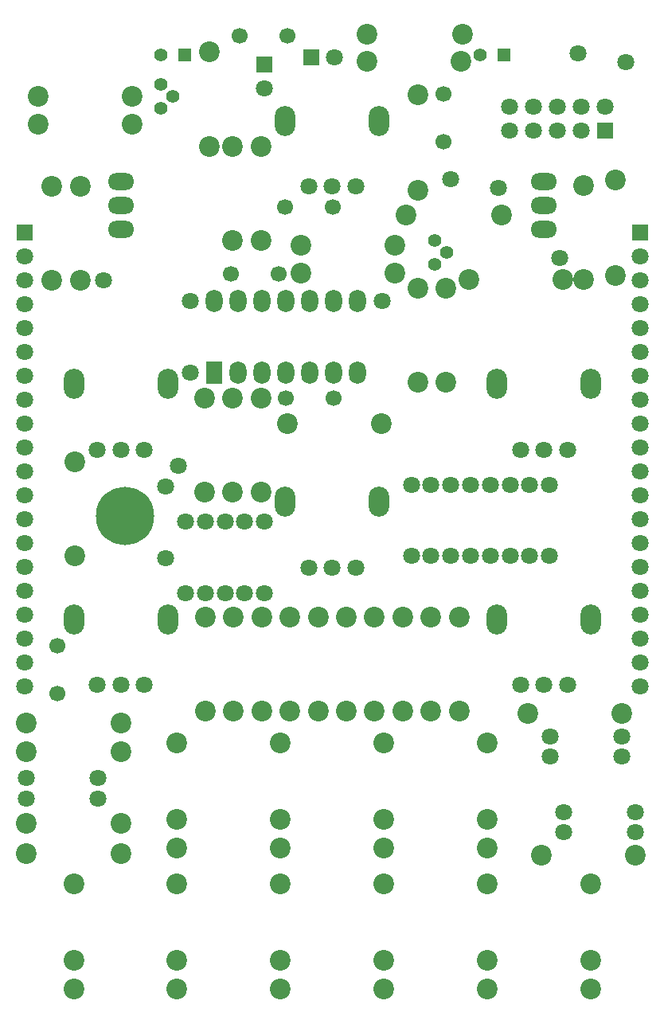
<source format=gts>
G04 #@! TF.FileFunction,Soldermask,Top*
%FSLAX46Y46*%
G04 Gerber Fmt 4.6, Leading zero omitted, Abs format (unit mm)*
G04 Created by KiCad (PCBNEW (2016-08-20 BZR 7083)-product) date Thu Jun  8 07:23:42 2017*
%MOMM*%
%LPD*%
G01*
G04 APERTURE LIST*
%ADD10C,0.100000*%
%ADD11C,1.700000*%
%ADD12R,1.800000X2.400000*%
%ADD13O,1.800000X2.400000*%
%ADD14C,2.200000*%
%ADD15O,2.200000X3.200000*%
%ADD16C,1.800000*%
%ADD17O,2.800000X1.800000*%
%ADD18C,1.400000*%
%ADD19R,1.400000X1.400000*%
%ADD20C,6.200000*%
%ADD21R,1.800000X1.800000*%
G04 APERTURE END LIST*
D10*
D11*
X34540000Y85800000D03*
X29460000Y85800000D03*
X46300000Y97840000D03*
X46300000Y92760000D03*
X24660000Y104000000D03*
X29740000Y104000000D03*
X29560000Y65500000D03*
X34640000Y65500000D03*
X23760000Y78700000D03*
X28840000Y78700000D03*
X5300000Y34060000D03*
X5300000Y39140000D03*
D12*
X21980000Y68190000D03*
D13*
X24520000Y68190000D03*
X27060000Y68190000D03*
X29600000Y68190000D03*
X32140000Y68190000D03*
X34680000Y68190000D03*
X37220000Y68190000D03*
X37220000Y75810000D03*
X34680000Y75810000D03*
X32140000Y75810000D03*
X29600000Y75810000D03*
X27060000Y75810000D03*
X24520000Y75810000D03*
X21980000Y75810000D03*
D14*
X43600000Y87620000D03*
X43600000Y97780000D03*
X48380000Y104200000D03*
X38220000Y104200000D03*
D15*
X39500000Y95000000D03*
X29500000Y95000000D03*
D16*
X37000000Y88000000D03*
X34500000Y88000000D03*
X32000000Y88000000D03*
D15*
X17000000Y67000000D03*
X7000000Y67000000D03*
D16*
X14500000Y60000000D03*
X12000000Y60000000D03*
X9500000Y60000000D03*
D15*
X62000000Y67000000D03*
X52000000Y67000000D03*
D16*
X59500000Y60000000D03*
X57000000Y60000000D03*
X54500000Y60000000D03*
D15*
X39500000Y54500000D03*
X29500000Y54500000D03*
D16*
X37000000Y47500000D03*
X34500000Y47500000D03*
X32000000Y47500000D03*
D15*
X17000000Y42000000D03*
X7000000Y42000000D03*
D16*
X14500000Y35000000D03*
X12000000Y35000000D03*
X9500000Y35000000D03*
D15*
X62000000Y42000000D03*
X52000000Y42000000D03*
D16*
X59500000Y35000000D03*
X57000000Y35000000D03*
X54500000Y35000000D03*
D17*
X12000000Y88540000D03*
X12000000Y83460000D03*
X12000000Y86000000D03*
X57000000Y88540000D03*
X57000000Y83460000D03*
X57000000Y86000000D03*
D16*
X19400000Y75800000D03*
X39800000Y75800000D03*
X19400000Y68200000D03*
X10200000Y78000000D03*
X58700000Y80400000D03*
X18100000Y58300000D03*
D18*
X16230000Y102000000D03*
D19*
X18770000Y102000000D03*
D18*
X50230000Y102000000D03*
D19*
X52770000Y102000000D03*
D14*
X42320000Y85000000D03*
X52480000Y85000000D03*
X64600000Y78520000D03*
X64600000Y88680000D03*
D16*
X21000000Y44800000D03*
X21000000Y52400000D03*
X27300000Y44800000D03*
X27300000Y52400000D03*
X23100000Y52400000D03*
X23100000Y44800000D03*
X25200000Y52400000D03*
X25200000Y44800000D03*
X65300000Y29500000D03*
X57700000Y29500000D03*
X57700000Y27400000D03*
X65300000Y27400000D03*
X55500000Y48700000D03*
X55500000Y56300000D03*
X57600000Y56300000D03*
X57600000Y48700000D03*
X53400000Y48700000D03*
X53400000Y56300000D03*
X51300000Y56300000D03*
X51300000Y48700000D03*
X66700000Y19400000D03*
X59100000Y19400000D03*
X59100000Y21500000D03*
X66700000Y21500000D03*
X18900000Y44800000D03*
X18900000Y52400000D03*
X45000000Y48700000D03*
X45000000Y56300000D03*
X2000000Y22900000D03*
X9600000Y22900000D03*
X47100000Y48700000D03*
X47100000Y56300000D03*
X16800000Y56100000D03*
X16800000Y48500000D03*
X42900000Y56300000D03*
X42900000Y48700000D03*
X9600000Y25100000D03*
X2000000Y25100000D03*
X49200000Y56300000D03*
X49200000Y48700000D03*
X52150000Y87850000D03*
X47050000Y88750000D03*
X65750000Y101250000D03*
X60650000Y102150000D03*
D18*
X17535000Y97600000D03*
X16265000Y96330000D03*
X16265000Y98870000D03*
X46635000Y81000000D03*
X45365000Y79730000D03*
X45365000Y82270000D03*
D20*
X12500000Y53000000D03*
D21*
X63480000Y93930000D03*
D16*
X63480000Y96470000D03*
X60940000Y93930000D03*
X60940000Y96470000D03*
X58400000Y93930000D03*
X58400000Y96470000D03*
X55860000Y93930000D03*
X55860000Y96470000D03*
X53320000Y93930000D03*
X53320000Y96470000D03*
D14*
X18000000Y20698000D03*
X18000000Y28826000D03*
X18000000Y17650000D03*
X29000000Y20698000D03*
X29000000Y28826000D03*
X29000000Y17650000D03*
X40000000Y20698000D03*
X40000000Y28826000D03*
X40000000Y17650000D03*
X51000000Y20698000D03*
X51000000Y28826000D03*
X51000000Y17650000D03*
X7000000Y5698000D03*
X7000000Y13826000D03*
X7000000Y2650000D03*
X18000000Y5698000D03*
X18000000Y13826000D03*
X18000000Y2650000D03*
X29000000Y5698000D03*
X29000000Y13826000D03*
X29000000Y2650000D03*
X40000000Y5698000D03*
X40000000Y13826000D03*
X40000000Y2650000D03*
X51000000Y5698000D03*
X51000000Y13826000D03*
X51000000Y2650000D03*
X62000000Y5698000D03*
X62000000Y13826000D03*
X62000000Y2650000D03*
D16*
X1750000Y37410000D03*
X1750000Y47570000D03*
X1750000Y45030000D03*
X1750000Y42490000D03*
X1750000Y39950000D03*
X1750000Y34870000D03*
X1750000Y50110000D03*
X1750000Y52650000D03*
X1750000Y55190000D03*
X1750000Y57730000D03*
X1750000Y60270000D03*
X1750000Y62810000D03*
X1750000Y65350000D03*
X1750000Y67890000D03*
X1750000Y70430000D03*
X1750000Y72970000D03*
X1750000Y75510000D03*
X1750000Y78050000D03*
D21*
X1750000Y83130000D03*
D16*
X1750000Y80590000D03*
X67250000Y37410000D03*
X67250000Y47570000D03*
X67250000Y45030000D03*
X67250000Y42490000D03*
X67250000Y39950000D03*
X67250000Y34870000D03*
X67250000Y50110000D03*
X67250000Y52650000D03*
X67250000Y55190000D03*
X67250000Y57730000D03*
X67250000Y60270000D03*
X67250000Y62810000D03*
X67250000Y65350000D03*
X67250000Y67890000D03*
X67250000Y70430000D03*
X67250000Y72970000D03*
X67250000Y75510000D03*
X67250000Y78050000D03*
D21*
X67250000Y83130000D03*
D16*
X67250000Y80590000D03*
D21*
X27300000Y100950000D03*
D16*
X27300000Y98450000D03*
D21*
X32250000Y101700000D03*
D16*
X34750000Y101700000D03*
D14*
X12000000Y27900000D03*
X2000000Y27900000D03*
X30000000Y32200000D03*
X30000000Y42200000D03*
X55300000Y32000000D03*
X65300000Y32000000D03*
X26900000Y82300000D03*
X26900000Y92300000D03*
X23900000Y82300000D03*
X23900000Y92300000D03*
X12000000Y31000000D03*
X2000000Y31000000D03*
X27000000Y32200000D03*
X27000000Y42200000D03*
X41200000Y81800000D03*
X31200000Y81800000D03*
X31200000Y78800000D03*
X41200000Y78800000D03*
X7100000Y58700000D03*
X7100000Y48700000D03*
X48000000Y42200000D03*
X48000000Y32200000D03*
X20900000Y65500000D03*
X20900000Y55500000D03*
X45000000Y42200000D03*
X45000000Y32200000D03*
X66700000Y16900000D03*
X56700000Y16900000D03*
X7700000Y88000000D03*
X7700000Y78000000D03*
X4700000Y88000000D03*
X4700000Y78000000D03*
X49000000Y78100000D03*
X59000000Y78100000D03*
X61200000Y88100000D03*
X61200000Y78100000D03*
X23900000Y55500000D03*
X23900000Y65500000D03*
X26900000Y65500000D03*
X26900000Y55500000D03*
X24000000Y32200000D03*
X24000000Y42200000D03*
X36000000Y32200000D03*
X36000000Y42200000D03*
X12000000Y20300000D03*
X2000000Y20300000D03*
X39000000Y32200000D03*
X39000000Y42200000D03*
X21000000Y42200000D03*
X21000000Y32200000D03*
X33000000Y42200000D03*
X33000000Y32200000D03*
X2000000Y17100000D03*
X12000000Y17100000D03*
X42000000Y42200000D03*
X42000000Y32200000D03*
X13200000Y94600000D03*
X3200000Y94600000D03*
X3200000Y97600000D03*
X13200000Y97600000D03*
X46600000Y77200000D03*
X46600000Y67200000D03*
X43600000Y67200000D03*
X43600000Y77200000D03*
X21400000Y102300000D03*
X21400000Y92300000D03*
X48200000Y101300000D03*
X38200000Y101300000D03*
X29700000Y62800000D03*
X39700000Y62800000D03*
M02*

</source>
